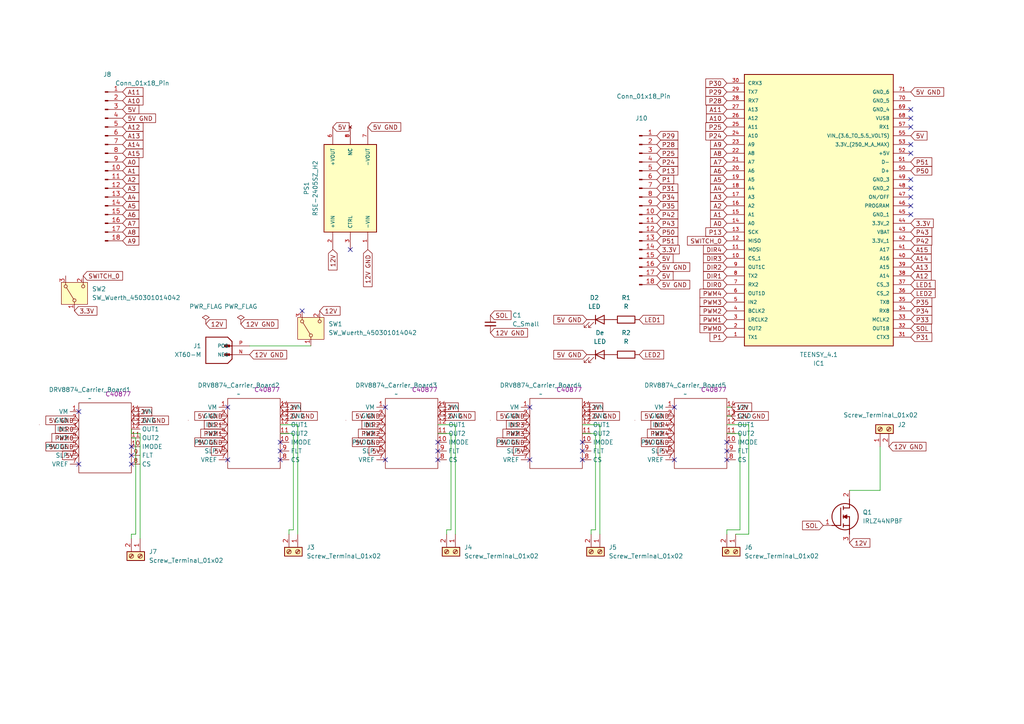
<source format=kicad_sch>
(kicad_sch (version 20231120) (generator "eeschema") (generator_version "8.0")
  (paper "A4")
  (lib_symbols
    (symbol "5V Buck:RSE-2405SZ_H2" (pin_names (offset 1.016))
      (property "Reference" "PS" (at -12.7 8.382 0))
      (property "Value" "RSE-2405SZ_H2" (at -12.7 -10.16 0))
      (symbol "RSE-2405SZ_H2_0_0"
        (rectangle (start -12.7 -7.62) (end 12.7 7.62) (stroke (width 0.254)) (fill (type background)))
        (pin input line (at -17.78 -5.08 0) (length 5.08) (name "-VIN") (number "1"))
        (pin input line (at -17.78 5.08 0) (length 5.08) (name "+VIN") (number "2"))
        (pin input line (at -17.78 0 0) (length 5.08) (name "CTRL") (number "3"))
        (pin no_connect line (at 17.78 0 180) (length 5.08) (name "NC") (number "5"))
        (pin output line (at 17.78 5.08 180) (length 5.08) (name "+VOUT") (number "6"))
        (pin output line (at 17.78 -5.08 180) (length 5.08) (name "-VOUT") (number "7"))
        (pin no_connect line (at 17.78 0 180) (length 5.08) (name "NC") (number "8"))
      )
    )
    (symbol "Connector:Conn_01x18_Pin" (pin_names (offset 1.016) hide)
      (property "Reference" "J" (at 0 22.86 0))
      (property "Value" "Conn_01x18_Pin" (at 0 -25.4 0))
      (symbol "Conn_01x18_Pin_1_1"
        (polyline (pts (xy 1.27 -22.86) (xy 0.8636 -22.86)) (stroke (width 0.1524)))
        (polyline (pts (xy 1.27 -20.32) (xy 0.8636 -20.32)) (stroke (width 0.1524)))
        (polyline (pts (xy 1.27 -17.78) (xy 0.8636 -17.78)) (stroke (width 0.1524)))
        (polyline (pts (xy 1.27 -15.24) (xy 0.8636 -15.24)) (stroke (width 0.1524)))
        (polyline (pts (xy 1.27 -12.7) (xy 0.8636 -12.7)) (stroke (width 0.1524)))
        (polyline (pts (xy 1.27 -10.16) (xy 0.8636 -10.16)) (stroke (width 0.1524)))
        (polyline (pts (xy 1.27 -7.62) (xy 0.8636 -7.62)) (stroke (width 0.1524)))
        (polyline (pts (xy 1.27 -5.08) (xy 0.8636 -5.08)) (stroke (width 0.1524)))
        (polyline (pts (xy 1.27 -2.54) (xy 0.8636 -2.54)) (stroke (width 0.1524)))
        (polyline (pts (xy 1.27 0) (xy 0.8636 0)) (stroke (width 0.1524)))
        (polyline (pts (xy 1.27 2.54) (xy 0.8636 2.54)) (stroke (width 0.1524)))
        (polyline (pts (xy 1.27 5.08) (xy 0.8636 5.08)) (stroke (width 0.1524)))
        (polyline (pts (xy 1.27 7.62) (xy 0.8636 7.62)) (stroke (width 0.1524)))
        (polyline (pts (xy 1.27 10.16) (xy 0.8636 10.16)) (stroke (width 0.1524)))
        (polyline (pts (xy 1.27 12.7) (xy 0.8636 12.7)) (stroke (width 0.1524)))
        (polyline (pts (xy 1.27 15.24) (xy 0.8636 15.24)) (stroke (width 0.1524)))
        (polyline (pts (xy 1.27 17.78) (xy 0.8636 17.78)) (stroke (width 0.1524)))
        (polyline (pts (xy 1.27 20.32) (xy 0.8636 20.32)) (stroke (width 0.1524)))
        (rectangle (start 0.8636 -22.733) (end 0 -22.987) (stroke (width 0.1524)) (fill (type outline)))
        (rectangle (start 0.8636 -20.193) (end 0 -20.447) (stroke (width 0.1524)) (fill (type outline)))
        (rectangle (start 0.8636 -17.653) (end 0 -17.907) (stroke (width 0.1524)) (fill (type outline)))
        (rectangle (start 0.8636 -15.113) (end 0 -15.367) (stroke (width 0.1524)) (fill (type outline)))
        (rectangle (start 0.8636 -12.573) (end 0 -12.827) (stroke (width 0.1524)) (fill (type outline)))
        (rectangle (start 0.8636 -10.033) (end 0 -10.287) (stroke (width 0.1524)) (fill (type outline)))
        (rectangle (start 0.8636 -7.493) (end 0 -7.747) (stroke (width 0.1524)) (fill (type outline)))
        (rectangle (start 0.8636 -4.953) (end 0 -5.207) (stroke (width 0.1524)) (fill (type outline)))
        (rectangle (start 0.8636 -2.413) (end 0 -2.667) (stroke (width 0.1524)) (fill (type outline)))
        (rectangle (start 0.8636 0.127) (end 0 -0.127) (stroke (width 0.1524)) (fill (type outline)))
        (rectangle (start 0.8636 2.667) (end 0 2.413) (stroke (width 0.1524)) (fill (type outline)))
        (rectangle (start 0.8636 5.207) (end 0 4.953) (stroke (width 0.1524)) (fill (type outline)))
        (rectangle (start 0.8636 7.747) (end 0 7.493) (stroke (width 0.1524)) (fill (type outline)))
        (rectangle (start 0.8636 10.287) (end 0 10.033) (stroke (width 0.1524)) (fill (type outline)))
        (rectangle (start 0.8636 12.827) (end 0 12.573) (stroke (width 0.1524)) (fill (type outline)))
        (rectangle (start 0.8636 15.367) (end 0 15.113) (stroke (width 0.1524)) (fill (type outline)))
        (rectangle (start 0.8636 17.907) (end 0 17.653) (stroke (width 0.1524)) (fill (type outline)))
        (rectangle (start 0.8636 20.447) (end 0 20.193) (stroke (width 0.1524)) (fill (type outline)))
        (pin passive line (at 5.08 20.32 180) (length 3.81) (name "Pin_1") (number "1"))
        (pin passive line (at 5.08 -2.54 180) (length 3.81) (name "Pin_10") (number "10"))
        (pin passive line (at 5.08 -5.08 180) (length 3.81) (name "Pin_11") (number "11"))
        (pin passive line (at 5.08 -7.62 180) (length 3.81) (name "Pin_12") (number "12"))
        (pin passive line (at 5.08 -10.16 180) (length 3.81) (name "Pin_13") (number "13"))
        (pin passive line (at 5.08 -12.7 180) (length 3.81) (name "Pin_14") (number "14"))
        (pin passive line (at 5.08 -15.24 180) (length 3.81) (name "Pin_15") (number "15"))
        (pin passive line (at 5.08 -17.78 180) (length 3.81) (name "Pin_16") (number "16"))
        (pin passive line (at 5.08 -20.32 180) (length 3.81) (name "Pin_17") (number "17"))
        (pin passive line (at 5.08 -22.86 180) (length 3.81) (name "Pin_18") (number "18"))
        (pin passive line (at 5.08 17.78 180) (length 3.81) (name "Pin_2") (number "2"))
        (pin passive line (at 5.08 15.24 180) (length 3.81) (name "Pin_3") (number "3"))
        (pin passive line (at 5.08 12.7 180) (length 3.81) (name "Pin_4") (number "4"))
        (pin passive line (at 5.08 10.16 180) (length 3.81) (name "Pin_5") (number "5"))
        (pin passive line (at 5.08 7.62 180) (length 3.81) (name "Pin_6") (number "6"))
        (pin passive line (at 5.08 5.08 180) (length 3.81) (name "Pin_7") (number "7"))
        (pin passive line (at 5.08 2.54 180) (length 3.81) (name "Pin_8") (number "8"))
        (pin passive line (at 5.08 0 180) (length 3.81) (name "Pin_9") (number "9"))
      )
    )
    (symbol "Connector:Screw_Terminal_01x02" (pin_names (offset 1.016) hide)
      (property "Reference" "J" (at 0 2.54 0))
      (property "Value" "Screw_Terminal_01x02" (at 0 -5.08 0))
      (symbol "Screw_Terminal_01x02_1_1"
        (rectangle (start -1.27 1.27) (end 1.27 -3.81) (stroke (width 0.254)) (fill (type background)))
        (circle (center 0 -2.54) (radius 0.635) (stroke (width 0.1524)))
        (polyline (pts (xy -0.5334 -2.2098) (xy 0.3302 -3.048)) (stroke (width 0.1524)))
        (polyline (pts (xy -0.5334 0.3302) (xy 0.3302 -0.508)) (stroke (width 0.1524)))
        (polyline (pts (xy -0.3556 -2.032) (xy 0.508 -2.8702)) (stroke (width 0.1524)))
        (polyline (pts (xy -0.3556 0.508) (xy 0.508 -0.3302)) (stroke (width 0.1524)))
        (circle (center 0 0) (radius 0.635) (stroke (width 0.1524)))
        (pin passive line (at -5.08 0 0) (length 3.81) (name "Pin_1") (number "1"))
        (pin passive line (at -5.08 -2.54 0) (length 3.81) (name "Pin_2") (number "2"))
      )
    )
    (symbol "DRV8874_Carrier:Carrier_PCB"
      (property "Reference" "DRV8874_Carrier_Board" (at 0 0 0))
      (property "LCSC" "C40877" (at 0 0 0))
      (symbol "Carrier_PCB_0_1"
        (rectangle (start -22.86 -8.89) (end -22.86 -8.89))
        (rectangle (start -11.43 -2.54) (end 3.81 -22.86))
      )
      (symbol "Carrier_PCB_1_1"
        (pin power_in line (at -11.43 -5.08 180) (length 2.54) (name "VM") (number "1"))
        (pin input line (at 3.81 -15.24 0) (length 2.54) (name "IMODE") (number "10"))
        (pin output line (at 3.81 -12.7 0) (length 2.54) (name "OUT2") (number "11"))
        (pin output line (at 3.81 -10.16 0) (length 2.54) (name "OUT1") (number "12"))
        (pin power_in line (at 3.81 -7.62 0) (length 2.54) (name "GND") (number "13"))
        (pin power_in line (at 3.81 -5.08 0) (length 2.54) (name "VIN") (number "14"))
        (pin power_in line (at -11.43 -7.62 180) (length 2.54) (name "GND") (number "2"))
        (pin input line (at -11.43 -10.16 180) (length 2.54) (name "IN1") (number "3"))
        (pin input line (at -11.43 -12.7 180) (length 2.54) (name "IN2") (number "4"))
        (pin input line (at -11.43 -15.24 180) (length 2.54) (name "PMODE") (number "5"))
        (pin input line (at -11.43 -17.78 180) (length 2.54) (name "SLP") (number "6"))
        (pin input line (at -11.43 -20.32 180) (length 2.54) (name "VREF") (number "7"))
        (pin input line (at 3.81 -20.32 0) (length 2.54) (name "CS") (number "8"))
        (pin output line (at 3.81 -17.78 0) (length 2.54) (name "FLT") (number "9"))
      )
    )
    (symbol "Device:C_Small" (pin_numbers hide) (pin_names (offset 0.254) hide)
      (property "Reference" "C" (at 0.254 1.778 0))
      (property "Value" "C_Small" (at 0.254 -2.032 0))
      (symbol "C_Small_0_1"
        (polyline (pts (xy -1.524 -0.508) (xy 1.524 -0.508)) (stroke (width 0.3302)))
        (polyline (pts (xy -1.524 0.508) (xy 1.524 0.508)) (stroke (width 0.3048)))
      )
      (symbol "C_Small_1_1"
        (pin passive line (at 0 2.54 270) (length 2.032) (name "~") (number "1"))
        (pin passive line (at 0 -2.54 90) (length 2.032) (name "~") (number "2"))
      )
    )
    (symbol "Device:LED" (pin_numbers hide) (pin_names (offset 1.016) hide)
      (property "Reference" "D" (at 0 2.54 0))
      (property "Value" "LED" (at 0 -2.54 0))
      (symbol "LED_0_1"
        (polyline (pts (xy -1.27 -1.27) (xy -1.27 1.27)) (stroke (width 0.254)))
        (polyline (pts (xy -1.27 0) (xy 1.27 0)))
        (polyline (pts (xy 1.27 -1.27) (xy 1.27 1.27) (xy -1.27 0) (xy 1.27 -1.27)) (stroke (width 0.254)))
        (polyline (pts (xy -3.048 -0.762) (xy -4.572 -2.286) (xy -3.81 -2.286) (xy -4.572 -2.286) (xy -4.572 -1.524)))
        (polyline (pts (xy -1.778 -0.762) (xy -3.302 -2.286) (xy -2.54 -2.286) (xy -3.302 -2.286) (xy -3.302 -1.524)))
      )
      (symbol "LED_1_1"
        (pin passive line (at -3.81 0 0) (length 2.54) (name "K") (number "1"))
        (pin passive line (at 3.81 0 180) (length 2.54) (name "A") (number "2"))
      )
    )
    (symbol "Device:R" (pin_numbers hide) (pin_names (offset 0))
      (property "Reference" "R" (at 2.032 0 90))
      (property "Value" "R" (at 0 0 90))
      (symbol "R_0_1"
        (rectangle (start -1.016 -2.54) (end 1.016 2.54) (stroke (width 0.254)))
      )
      (symbol "R_1_1"
        (pin passive line (at 0 3.81 270) (length 1.27) (name "~") (number "1"))
        (pin passive line (at 0 -3.81 90) (length 1.27) (name "~") (number "2"))
      )
    )
    (symbol "IRLZ44N:IRLZ44NPBF" (pin_names hide)
      (property "Reference" "Q" (at 11.43 3.81 0))
      (property "Value" "IRLZ44NPBF" (at 11.43 1.27 0))
      (symbol "IRLZ44NPBF_1_1"
        (polyline (pts (xy 2.54 0) (xy 5.08 0)) (stroke (width 0.254)))
        (polyline (pts (xy 5.08 5.08) (xy 5.08 0)) (stroke (width 0.254)))
        (polyline (pts (xy 5.842 -0.508) (xy 5.842 0.508)) (stroke (width 0.254)))
        (polyline (pts (xy 5.842 0) (xy 7.62 0)) (stroke (width 0.254)))
        (polyline (pts (xy 5.842 2.032) (xy 5.842 3.048)) (stroke (width 0.254)))
        (polyline (pts (xy 5.842 5.588) (xy 5.842 4.572)) (stroke (width 0.254)))
        (polyline (pts (xy 7.62 2.54) (xy 5.842 2.54)) (stroke (width 0.254)))
        (polyline (pts (xy 7.62 2.54) (xy 7.62 -2.54)) (stroke (width 0.254)))
        (polyline (pts (xy 7.62 5.08) (xy 5.842 5.08)) (stroke (width 0.254)))
        (polyline (pts (xy 7.62 5.08) (xy 7.62 7.62)) (stroke (width 0.254)))
        (polyline (pts (xy 5.842 2.54) (xy 6.858 3.048) (xy 6.858 2.032) (xy 5.842 2.54)) (stroke (width 0.254)) (fill (type outline)))
        (circle (center 6.35 2.54) (radius 3.81) (stroke (width 0.254)))
        (pin input line (at 0 0 0) (length 2.54) (name "G") (number "1"))
        (pin output line (at 7.62 10.16 270) (length 2.54) (name "D") (number "2"))
        (pin input line (at 7.62 -5.08 90) (length 2.54) (name "S") (number "3"))
      )
    )
    (symbol "Switch:SW_Wuerth_450301014042" (pin_names (offset 1) hide)
      (property "Reference" "SW" (at 0 5.08 0))
      (property "Value" "SW_Wuerth_450301014042" (at 0 -5.08 0))
      (symbol "SW_Wuerth_450301014042_0_1"
        (circle (center -2.032 0) (radius 0.4572))
        (polyline (pts (xy -1.651 0.254) (xy 1.651 2.286)))
        (circle (center 2.032 -2.54) (radius 0.4572))
        (circle (center 2.032 2.54) (radius 0.4572))
      )
      (symbol "SW_Wuerth_450301014042_1_1"
        (rectangle (start -3.175 3.81) (end 3.175 -3.81) (fill (type background)))
        (pin passive line (at -5.08 0 0) (length 2.54) (name "B") (number "1"))
        (pin passive line (at 5.08 -2.54 180) (length 2.54) (name "C") (number "2"))
        (pin passive line (at 5.08 2.54 180) (length 2.54) (name "A") (number "3"))
      )
    )
    (symbol "Teensy 4.1:TEENSY_4.1" (pin_names (offset 1.016))
      (property "Reference" "IC" (at 49.53 7.62 0))
      (property "Value" "TEENSY_4.1" (at 49.53 5.08 0))
      (symbol "TEENSY_4.1_0_0"
        (rectangle (start 5.08 -76.2) (end 48.26 2.54) (stroke (width 0.254)) (fill (type background)))
        (pin bidirectional line (at 0 0 0) (length 5.08) (name "TX1") (number "1"))
        (pin bidirectional line (at 0 -22.86 0) (length 5.08) (name "CS_1") (number "10"))
        (pin bidirectional line (at 0 -25.4 0) (length 5.08) (name "MOSI") (number "11"))
        (pin bidirectional line (at 0 -27.94 0) (length 5.08) (name "MISO") (number "12"))
        (pin bidirectional line (at 0 -30.48 0) (length 5.08) (name "SCK") (number "13"))
        (pin bidirectional line (at 0 -33.02 0) (length 5.08) (name "A0") (number "14"))
        (pin bidirectional line (at 0 -35.56 0) (length 5.08) (name "A1") (number "15"))
        (pin bidirectional line (at 0 -38.1 0) (length 5.08) (name "A2") (number "16"))
        (pin bidirectional line (at 0 -40.64 0) (length 5.08) (name "A3") (number "17"))
        (pin bidirectional line (at 0 -43.18 0) (length 5.08) (name "A4") (number "18"))
        (pin bidirectional line (at 0 -45.72 0) (length 5.08) (name "A5") (number "19"))
        (pin bidirectional line (at 0 -2.54 0) (length 5.08) (name "OUT2") (number "2"))
        (pin bidirectional line (at 0 -48.26 0) (length 5.08) (name "A6") (number "20"))
        (pin bidirectional line (at 0 -50.8 0) (length 5.08) (name "A7") (number "21"))
        (pin bidirectional line (at 0 -53.34 0) (length 5.08) (name "A8") (number "22"))
        (pin bidirectional line (at 0 -55.88 0) (length 5.08) (name "A9") (number "23"))
        (pin bidirectional line (at 0 -58.42 0) (length 5.08) (name "A10") (number "24"))
        (pin bidirectional line (at 0 -60.96 0) (length 5.08) (name "A11") (number "25"))
        (pin bidirectional line (at 0 -63.5 0) (length 5.08) (name "A12") (number "26"))
        (pin bidirectional line (at 0 -66.04 0) (length 5.08) (name "A13") (number "27"))
        (pin bidirectional line (at 0 -68.58 0) (length 5.08) (name "RX7") (number "28"))
        (pin bidirectional line (at 0 -71.12 0) (length 5.08) (name "TX7") (number "29"))
        (pin bidirectional line (at 0 -5.08 0) (length 5.08) (name "LRCLK2") (number "3"))
        (pin bidirectional line (at 0 -73.66 0) (length 5.08) (name "CRX3") (number "30"))
        (pin bidirectional line (at 53.34 0 180) (length 5.08) (name "CTX3") (number "31"))
        (pin bidirectional line (at 53.34 -2.54 180) (length 5.08) (name "OUT1B") (number "32"))
        (pin bidirectional line (at 53.34 -5.08 180) (length 5.08) (name "MCLK2") (number "33"))
        (pin bidirectional line (at 53.34 -7.62 180) (length 5.08) (name "RX8") (number "34"))
        (pin bidirectional line (at 53.34 -10.16 180) (length 5.08) (name "TX8") (number "35"))
        (pin bidirectional line (at 53.34 -12.7 180) (length 5.08) (name "CS_2") (number "36"))
        (pin bidirectional line (at 53.34 -15.24 180) (length 5.08) (name "CS_3") (number "37"))
        (pin bidirectional line (at 53.34 -17.78 180) (length 5.08) (name "A14") (number "38"))
        (pin bidirectional line (at 53.34 -20.32 180) (length 5.08) (name "A15") (number "39"))
        (pin bidirectional line (at 0 -7.62 0) (length 5.08) (name "BCLK2") (number "4"))
        (pin bidirectional line (at 53.34 -22.86 180) (length 5.08) (name "A16") (number "40"))
        (pin bidirectional line (at 53.34 -25.4 180) (length 5.08) (name "A17") (number "41"))
        (pin bidirectional line (at 53.34 -27.94 180) (length 5.08) (name "3.3V_1") (number "42"))
        (pin bidirectional line (at 53.34 -30.48 180) (length 5.08) (name "VBAT") (number "43"))
        (pin bidirectional line (at 53.34 -33.02 180) (length 5.08) (name "3.3V_2") (number "44"))
        (pin bidirectional line (at 53.34 -35.56 180) (length 5.08) (name "GND_1") (number "45"))
        (pin bidirectional line (at 53.34 -38.1 180) (length 5.08) (name "PROGRAM") (number "46"))
        (pin bidirectional line (at 53.34 -40.64 180) (length 5.08) (name "ON/OFF") (number "47"))
        (pin bidirectional line (at 53.34 -43.18 180) (length 5.08) (name "GND_2") (number "48"))
        (pin bidirectional line (at 53.34 -45.72 180) (length 5.08) (name "GND_3") (number "49"))
        (pin bidirectional line (at 0 -10.16 0) (length 5.08) (name "IN2") (number "5"))
        (pin bidirectional line (at 53.34 -48.26 180) (length 5.08) (name "D+") (number "50"))
        (pin bidirectional line (at 53.34 -50.8 180) (length 5.08) (name "D-") (number "51"))
        (pin bidirectional line (at 53.34 -53.34 180) (length 5.08) (name "+5V") (number "52"))
        (pin bidirectional line (at 53.34 -55.88 180) (length 5.08) (name "3.3V_(250_M_A_MAX)") (number "53"))
        (pin bidirectional line (at 53.34 -58.42 180) (length 5.08) (name "VIN_(3.6_TO_5.5_VOLTS)") (number "55"))
        (pin bidirectional line (at 53.34 -60.96 180) (length 5.08) (name "RX1") (number "57"))
        (pin bidirectional line (at 0 -12.7 0) (length 5.08) (name "OUT1D") (number "6"))
        (pin bidirectional line (at 53.34 -63.5 180) (length 5.08) (name "VUSB") (number "68"))
        (pin bidirectional line (at 53.34 -66.04 180) (length 5.08) (name "GND_4") (number "69"))
        (pin bidirectional line (at 0 -15.24 0) (length 5.08) (name "RX2") (number "7"))
        (pin bidirectional line (at 53.34 -68.58 180) (length 5.08) (name "GND_5") (number "70"))
        (pin bidirectional line (at 53.34 -71.12 180) (length 5.08) (name "GND_6") (number "71"))
        (pin bidirectional line (at 0 -17.78 0) (length 5.08) (name "TX2") (number "8"))
        (pin bidirectional line (at 0 -20.32 0) (length 5.08) (name "OUT1C") (number "9"))
      )
    )
    (symbol "XT60 Male:XT60-M" (pin_names (offset 1.016))
      (property "Reference" "J" (at 0 6.35 0))
      (property "Value" "XT60-M" (at 0 -5.08 0))
      (symbol "XT60-M_0_0"
        (polyline (pts (xy 0 -1.27) (xy 1.27 -2.54)) (stroke (width 0.254)))
        (polyline (pts (xy 0 0) (xy 1.905 0)) (stroke (width 0.254)))
        (polyline (pts (xy 0 2.54) (xy 0 -1.27)) (stroke (width 0.254)))
        (polyline (pts (xy 0 2.54) (xy 1.905 2.54)) (stroke (width 0.254)))
        (polyline (pts (xy 0 3.81) (xy 0 2.54)) (stroke (width 0.254)))
        (polyline (pts (xy 0 3.81) (xy 1.27 5.08)) (stroke (width 0.254)))
        (polyline (pts (xy 1.27 -2.54) (xy 7.62 -2.54)) (stroke (width 0.254)))
        (polyline (pts (xy 7.62 -2.54) (xy 7.62 5.08)) (stroke (width 0.254)))
        (polyline (pts (xy 7.62 5.08) (xy 1.27 5.08)) (stroke (width 0.254)))
        (rectangle (start 0.635 -0.3175) (end 2.2225 0.3175) (stroke (width 0.1)) (fill (type outline)))
        (rectangle (start 0.635 2.2225) (end 2.2225 2.8575) (stroke (width 0.1)) (fill (type outline)))
        (pin passive line (at -5.08 0 0) (length 5.08) (name "NEG") (number "N"))
        (pin passive line (at -5.08 2.54 0) (length 5.08) (name "POS") (number "P"))
      )
    )
    (symbol "power:PWR_FLAG" (power) (pin_numbers hide) (pin_names (offset 0) hide)
      (property "Value" "PWR_FLAG" (at 0 3.81 0))
      (symbol "PWR_FLAG_0_0"
        (pin power_out line (at 0 0 90) (length 0) (name "~") (number "1"))
      )
      (symbol "PWR_FLAG_0_1"
        (polyline (pts (xy 0 0) (xy 0 1.27) (xy -1.016 1.905) (xy 0 2.54) (xy 1.016 1.905) (xy 0 1.27)))
      )
    )
  )
  (no_connect (at 210.82 130.81))
  (no_connect (at 111.76 133.35))
  (no_connect (at 264.16 44.45))
  (no_connect (at 81.28 133.35))
  (no_connect (at 127 133.35))
  (no_connect (at 264.16 59.69))
  (no_connect (at 38.1 134.62))
  (no_connect (at 101.6 72.39))
  (no_connect (at 264.16 36.83))
  (no_connect (at 153.67 133.35))
  (no_connect (at 264.16 34.29))
  (no_connect (at 210.82 128.27))
  (no_connect (at 81.28 128.27))
  (no_connect (at 168.91 133.35))
  (no_connect (at 38.1 129.54))
  (no_connect (at 66.04 133.35))
  (no_connect (at 22.86 119.38))
  (no_connect (at 153.67 118.11))
  (no_connect (at 210.82 133.35))
  (no_connect (at 195.58 133.35))
  (no_connect (at 168.91 130.81))
  (no_connect (at 264.16 52.07))
  (no_connect (at 195.58 118.11))
  (no_connect (at 66.04 118.11))
  (no_connect (at 87.63 90.17))
  (no_connect (at 111.76 118.11))
  (no_connect (at 127 128.27))
  (no_connect (at 264.16 31.75))
  (no_connect (at 264.16 57.15))
  (no_connect (at 264.16 54.61))
  (no_connect (at 81.28 130.81))
  (no_connect (at 127 130.81))
  (no_connect (at 38.1 132.08))
  (no_connect (at 22.86 134.62))
  (no_connect (at 264.16 62.23))
  (no_connect (at 168.91 128.27))
  (no_connect (at 264.16 41.91))
  (wire (pts (xy 210.82 153.67) (xy 210.82 154.94)))
  (wire (pts (xy 168.91 123.19) (xy 173.99 123.19)))
  (wire (pts (xy 132.08 123.19) (xy 132.08 154.94)))
  (wire (pts (xy 127 125.73) (xy 130.81 125.73)))
  (wire (pts (xy 85.09 125.73) (xy 85.09 153.67)))
  (wire (pts (xy 81.28 123.19) (xy 86.36 123.19)))
  (wire (pts (xy 127 123.19) (xy 132.08 123.19)))
  (wire (pts (xy 39.37 154.94) (xy 38.1 154.94)))
  (wire (pts (xy 214.63 153.67) (xy 210.82 153.67)))
  (wire (pts (xy 38.1 125.73) (xy 40.64 125.73)))
  (wire (pts (xy 38.1 154.94) (xy 38.1 156.21)))
  (wire (pts (xy 129.54 153.67) (xy 129.54 154.94)))
  (wire (pts (xy 217.17 154.94) (xy 213.36 154.94)))
  (wire (pts (xy 217.17 123.19) (xy 217.17 154.94)))
  (wire (pts (xy 86.36 123.19) (xy 86.36 154.94)))
  (wire (pts (xy 246.38 142.24) (xy 255.27 142.24)))
  (wire (pts (xy 210.82 125.73) (xy 214.63 125.73)))
  (wire (pts (xy 173.99 123.19) (xy 173.99 154.94)))
  (wire (pts (xy 83.82 153.67) (xy 83.82 154.94)))
  (wire (pts (xy 168.91 125.73) (xy 172.72 125.73)))
  (wire (pts (xy 85.09 153.67) (xy 83.82 153.67)))
  (wire (pts (xy 81.28 125.73) (xy 85.09 125.73)))
  (wire (pts (xy 255.27 142.24) (xy 255.27 129.54)))
  (wire (pts (xy 210.82 118.11) (xy 212.09 118.11)))
  (wire (pts (xy 130.81 153.67) (xy 129.54 153.67)))
  (wire (pts (xy 210.82 123.19) (xy 217.17 123.19)))
  (wire (pts (xy 172.72 125.73) (xy 172.72 153.67)))
  (wire (pts (xy 38.1 127) (xy 39.37 127)))
  (wire (pts (xy 40.64 125.73) (xy 40.64 156.21)))
  (wire (pts (xy 38.1 124.46) (xy 38.1 125.73)))
  (wire (pts (xy 171.45 153.67) (xy 171.45 154.94)))
  (wire (pts (xy 130.81 125.73) (xy 130.81 153.67)))
  (wire (pts (xy 214.63 125.73) (xy 214.63 153.67)))
  (wire (pts (xy 210.82 120.65) (xy 212.09 120.65)))
  (wire (pts (xy 39.37 127) (xy 39.37 154.94)))
  (wire (pts (xy 72.39 100.33) (xy 90.17 100.33)))
  (wire (pts (xy 172.72 153.67) (xy 171.45 153.67)))
  (global_label "A9" (shape input) (at 210.82 41.91 180) (property "Intersheetrefs" "${INTERSHEET_REFS}" (effects (hide yes))))
  (global_label "12V" (shape input) (at 92.71 90.17 0) (property "Intersheetrefs" "${INTERSHEET_REFS}" (effects (hide yes))))
  (global_label "12V GND" (shape input) (at 69.85 93.98 0) (property "Intersheetrefs" "${INTERSHEET_REFS}" (effects (hide yes))))
  (global_label "12V" (shape input) (at 168.91 118.11 0) (property "Intersheetrefs" "${INTERSHEET_REFS}" (effects (hide yes))))
  (global_label "12V" (shape input) (at 212.09 118.11 0) (property "Intersheetrefs" "${INTERSHEET_REFS}" (effects (hide yes))))
  (global_label "A5" (shape input) (at 210.82 52.07 180) (property "Intersheetrefs" "${INTERSHEET_REFS}" (effects (hide yes))))
  (global_label "P28" (shape input) (at 210.82 29.21 180) (property "Intersheetrefs" "${INTERSHEET_REFS}" (effects (hide yes))))
  (global_label "P24" (shape input) (at 210.82 39.37 180) (property "Intersheetrefs" "${INTERSHEET_REFS}" (effects (hide yes))))
  (global_label "12V" (shape input) (at 127 118.11 0) (property "Intersheetrefs" "${INTERSHEET_REFS}" (effects (hide yes))))
  (global_label "3.3V" (shape input) (at 21.59 90.17 0) (property "Intersheetrefs" "${INTERSHEET_REFS}" (effects (hide yes))))
  (global_label "A8" (shape input) (at 35.56 67.31 0) (property "Intersheetrefs" "${INTERSHEET_REFS}" (effects (hide yes))))
  (global_label "A2" (shape input) (at 35.56 52.07 0) (property "Intersheetrefs" "${INTERSHEET_REFS}" (effects (hide yes))))
  (global_label "A15" (shape input) (at 264.16 72.39 0) (property "Intersheetrefs" "${INTERSHEET_REFS}" (effects (hide yes))))
  (global_label "5V GND" (shape input) (at 66.04 128.27 180) (property "Intersheetrefs" "${INTERSHEET_REFS}" (effects (hide yes))))
  (global_label "3.3V" (shape input) (at 264.16 64.77 0) (property "Intersheetrefs" "${INTERSHEET_REFS}" (effects (hide yes))))
  (global_label "DIR4" (shape input) (at 195.58 123.19 180) (property "Intersheetrefs" "${INTERSHEET_REFS}" (effects (hide yes))))
  (global_label "DIR3" (shape input) (at 210.82 74.93 180) (property "Intersheetrefs" "${INTERSHEET_REFS}" (effects (hide yes))))
  (global_label "12V GND" (shape input) (at 106.68 72.39 270) (property "Intersheetrefs" "${INTERSHEET_REFS}" (effects (hide yes))))
  (global_label "5V GND" (shape input) (at 153.67 120.65 180) (property "Intersheetrefs" "${INTERSHEET_REFS}" (effects (hide yes))))
  (global_label "12V GND" (shape input) (at 142.24 96.52 0) (property "Intersheetrefs" "${INTERSHEET_REFS}" (effects (hide yes))))
  (global_label "LED1" (shape input) (at 185.42 92.71 0) (property "Intersheetrefs" "${INTERSHEET_REFS}" (effects (hide yes))))
  (global_label "SWITCH_0" (shape input) (at 24.13 80.01 0) (property "Intersheetrefs" "${INTERSHEET_REFS}" (effects (hide yes))))
  (global_label "P34" (shape input) (at 190.5 57.15 0) (property "Intersheetrefs" "${INTERSHEET_REFS}" (effects (hide yes))))
  (global_label "A6" (shape input) (at 35.56 62.23 0) (property "Intersheetrefs" "${INTERSHEET_REFS}" (effects (hide yes))))
  (global_label "LED2" (shape input) (at 264.16 85.09 0) (property "Intersheetrefs" "${INTERSHEET_REFS}" (effects (hide yes))))
  (global_label "3.3V" (shape input) (at 190.5 72.39 0) (property "Intersheetrefs" "${INTERSHEET_REFS}" (effects (hide yes))))
  (global_label "P42" (shape input) (at 264.16 69.85 0) (property "Intersheetrefs" "${INTERSHEET_REFS}" (effects (hide yes))))
  (global_label "SOL" (shape input) (at 142.24 91.44 0) (property "Intersheetrefs" "${INTERSHEET_REFS}" (effects (hide yes))))
  (global_label "A15" (shape input) (at 35.56 44.45 0) (property "Intersheetrefs" "${INTERSHEET_REFS}" (effects (hide yes))))
  (global_label "P35" (shape input) (at 190.5 59.69 0) (property "Intersheetrefs" "${INTERSHEET_REFS}" (effects (hide yes))))
  (global_label "A4" (shape input) (at 210.82 54.61 180) (property "Intersheetrefs" "${INTERSHEET_REFS}" (effects (hide yes))))
  (global_label "A0" (shape input) (at 210.82 64.77 180) (property "Intersheetrefs" "${INTERSHEET_REFS}" (effects (hide yes))))
  (global_label "SWITCH_0" (shape input) (at 210.82 69.85 180) (property "Intersheetrefs" "${INTERSHEET_REFS}" (effects (hide yes))))
  (global_label "A3" (shape input) (at 210.82 57.15 180) (property "Intersheetrefs" "${INTERSHEET_REFS}" (effects (hide yes))))
  (global_label "LED2" (shape input) (at 185.42 102.87 0) (property "Intersheetrefs" "${INTERSHEET_REFS}" (effects (hide yes))))
  (global_label "A7" (shape input) (at 35.56 64.77 0) (property "Intersheetrefs" "${INTERSHEET_REFS}" (effects (hide yes))))
  (global_label "5V GND" (shape input) (at 22.86 129.54 180) (property "Intersheetrefs" "${INTERSHEET_REFS}" (effects (hide yes))))
  (global_label "P24" (shape input) (at 190.5 46.99 0) (property "Intersheetrefs" "${INTERSHEET_REFS}" (effects (hide yes))))
  (global_label "P25" (shape input) (at 190.5 44.45 0) (property "Intersheetrefs" "${INTERSHEET_REFS}" (effects (hide yes))))
  (global_label "5V" (shape input) (at 190.5 74.93 0) (property "Intersheetrefs" "${INTERSHEET_REFS}" (effects (hide yes))))
  (global_label "DIR0" (shape input) (at 22.86 124.46 180) (property "Intersheetrefs" "${INTERSHEET_REFS}" (effects (hide yes))))
  (global_label "A5" (shape input) (at 35.56 59.69 0) (property "Intersheetrefs" "${INTERSHEET_REFS}" (effects (hide yes))))
  (global_label "5V" (shape input) (at 22.86 132.08 180) (property "Intersheetrefs" "${INTERSHEET_REFS}" (effects (hide yes))))
  (global_label "P51" (shape input) (at 190.5 69.85 0) (property "Intersheetrefs" "${INTERSHEET_REFS}" (effects (hide yes))))
  (global_label "DIR2" (shape input) (at 111.76 123.19 180) (property "Intersheetrefs" "${INTERSHEET_REFS}" (effects (hide yes))))
  (global_label "PWM0" (shape input) (at 22.86 127 180) (property "Intersheetrefs" "${INTERSHEET_REFS}" (effects (hide yes))))
  (global_label "12V GND" (shape input) (at 257.81 129.54 0) (property "Intersheetrefs" "${INTERSHEET_REFS}" (effects (hide yes))))
  (global_label "A13" (shape input) (at 35.56 39.37 0) (property "Intersheetrefs" "${INTERSHEET_REFS}" (effects (hide yes))))
  (global_label "PWM1" (shape input) (at 66.04 125.73 180) (property "Intersheetrefs" "${INTERSHEET_REFS}" (effects (hide yes))))
  (global_label "A12" (shape input) (at 35.56 36.83 0) (property "Intersheetrefs" "${INTERSHEET_REFS}" (effects (hide yes))))
  (global_label "5V GND" (shape input) (at 106.68 36.83 0) (property "Intersheetrefs" "${INTERSHEET_REFS}" (effects (hide yes))))
  (global_label "5V GND" (shape input) (at 190.5 82.55 0) (property "Intersheetrefs" "${INTERSHEET_REFS}" (effects (hide yes))))
  (global_label "P31" (shape input) (at 190.5 54.61 0) (property "Intersheetrefs" "${INTERSHEET_REFS}" (effects (hide yes))))
  (global_label "P43" (shape input) (at 264.16 67.31 0) (property "Intersheetrefs" "${INTERSHEET_REFS}" (effects (hide yes))))
  (global_label "A0" (shape input) (at 35.56 46.99 0) (property "Intersheetrefs" "${INTERSHEET_REFS}" (effects (hide yes))))
  (global_label "PWM3" (shape input) (at 153.67 125.73 180) (property "Intersheetrefs" "${INTERSHEET_REFS}" (effects (hide yes))))
  (global_label "A1" (shape input) (at 35.56 49.53 0) (property "Intersheetrefs" "${INTERSHEET_REFS}" (effects (hide yes))))
  (global_label "P34" (shape input) (at 264.16 90.17 0) (property "Intersheetrefs" "${INTERSHEET_REFS}" (effects (hide yes))))
  (global_label "DIR0" (shape input) (at 210.82 82.55 180) (property "Intersheetrefs" "${INTERSHEET_REFS}" (effects (hide yes))))
  (global_label "5V GND" (shape input) (at 22.86 121.92 180) (property "Intersheetrefs" "${INTERSHEET_REFS}" (effects (hide yes))))
  (global_label "DIR2" (shape input) (at 210.82 77.47 180) (property "Intersheetrefs" "${INTERSHEET_REFS}" (effects (hide yes))))
  (global_label "5V GND" (shape input) (at 153.67 128.27 180) (property "Intersheetrefs" "${INTERSHEET_REFS}" (effects (hide yes))))
  (global_label "A11" (shape input) (at 35.56 26.67 0) (property "Intersheetrefs" "${INTERSHEET_REFS}" (effects (hide yes))))
  (global_label "P28" (shape input) (at 190.5 41.91 0) (property "Intersheetrefs" "${INTERSHEET_REFS}" (effects (hide yes))))
  (global_label "P35" (shape input) (at 264.16 87.63 0) (property "Intersheetrefs" "${INTERSHEET_REFS}" (effects (hide yes))))
  (global_label "5V GND" (shape input) (at 170.18 92.71 180) (property "Intersheetrefs" "${INTERSHEET_REFS}" (effects (hide yes))))
  (global_label "12V" (shape input) (at 96.52 72.39 270) (property "Intersheetrefs" "${INTERSHEET_REFS}" (effects (hide yes))))
  (global_label "A4" (shape input) (at 35.56 57.15 0) (property "Intersheetrefs" "${INTERSHEET_REFS}" (effects (hide yes))))
  (global_label "P25" (shape input) (at 210.82 36.83 180) (property "Intersheetrefs" "${INTERSHEET_REFS}" (effects (hide yes))))
  (global_label "12V GND" (shape input) (at 81.28 120.65 0) (property "Intersheetrefs" "${INTERSHEET_REFS}" (effects (hide yes))))
  (global_label "A13" (shape input) (at 264.16 77.47 0) (property "Intersheetrefs" "${INTERSHEET_REFS}" (effects (hide yes))))
  (global_label "DIR1" (shape input) (at 66.04 123.19 180) (property "Intersheetrefs" "${INTERSHEET_REFS}" (effects (hide yes))))
  (global_label "P13" (shape input) (at 190.5 49.53 0) (property "Intersheetrefs" "${INTERSHEET_REFS}" (effects (hide yes))))
  (global_label "5V" (shape input) (at 66.04 130.81 180) (property "Intersheetrefs" "${INTERSHEET_REFS}" (effects (hide yes))))
  (global_label "12V GND" (shape input) (at 212.09 120.65 0) (property "Intersheetrefs" "${INTERSHEET_REFS}" (effects (hide yes))))
  (global_label "P30" (shape input) (at 210.82 24.13 180) (property "Intersheetrefs" "${INTERSHEET_REFS}" (effects (hide yes))))
  (global_label "P42" (shape input) (at 190.5 62.23 0) (property "Intersheetrefs" "${INTERSHEET_REFS}" (effects (hide yes))))
  (global_label "P50" (shape input) (at 190.5 67.31 0) (property "Intersheetrefs" "${INTERSHEET_REFS}" (effects (hide yes))))
  (global_label "5V GND" (shape input) (at 111.76 128.27 180) (property "Intersheetrefs" "${INTERSHEET_REFS}" (effects (hide yes))))
  (global_label "A3" (shape input) (at 35.56 54.61 0) (property "Intersheetrefs" "${INTERSHEET_REFS}" (effects (hide yes))))
  (global_label "5V GND" (shape input) (at 190.5 77.47 0) (property "Intersheetrefs" "${INTERSHEET_REFS}" (effects (hide yes))))
  (global_label "A2" (shape input) (at 210.82 59.69 180) (property "Intersheetrefs" "${INTERSHEET_REFS}" (effects (hide yes))))
  (global_label "12V" (shape input) (at 246.38 157.48 0) (property "Intersheetrefs" "${INTERSHEET_REFS}" (effects (hide yes))))
  (global_label "5V GND" (shape input) (at 66.04 120.65 180) (property "Intersheetrefs" "${INTERSHEET_REFS}" (effects (hide yes))))
  (global_label "A7" (shape input) (at 210.82 46.99 180) (property "Intersheetrefs" "${INTERSHEET_REFS}" (effects (hide yes))))
  (global_label "P13" (shape input) (at 210.82 67.31 180) (property "Intersheetrefs" "${INTERSHEET_REFS}" (effects (hide yes))))
  (global_label "5V" (shape input) (at 35.56 31.75 0) (property "Intersheetrefs" "${INTERSHEET_REFS}" (effects (hide yes))))
  (global_label "A14" (shape input) (at 264.16 74.93 0) (property "Intersheetrefs" "${INTERSHEET_REFS}" (effects (hide yes))))
  (global_label "PWM4" (shape input) (at 210.82 85.09 180) (property "Intersheetrefs" "${INTERSHEET_REFS}" (effects (hide yes))))
  (global_label "P51" (shape input) (at 264.16 46.99 0) (property "Intersheetrefs" "${INTERSHEET_REFS}" (effects (hide yes))))
  (global_label "P29" (shape input) (at 210.82 26.67 180) (property "Intersheetrefs" "${INTERSHEET_REFS}" (effects (hide yes))))
  (global_label "PWM1" (shape input) (at 210.82 92.71 180) (property "Intersheetrefs" "${INTERSHEET_REFS}" (effects (hide yes))))
  (global_label "5V GND" (shape input) (at 195.58 128.27 180) (property "Intersheetrefs" "${INTERSHEET_REFS}" (effects (hide yes))))
  (global_label "SOL" (shape input) (at 264.16 95.25 0) (property "Intersheetrefs" "${INTERSHEET_REFS}" (effects (hide yes))))
  (global_label "P1" (shape input) (at 190.5 52.07 0) (property "Intersheetrefs" "${INTERSHEET_REFS}" (effects (hide yes))))
  (global_label "PWM2" (shape input) (at 210.82 90.17 180) (property "Intersheetrefs" "${INTERSHEET_REFS}" (effects (hide yes))))
  (global_label "PWM4" (shape input) (at 195.58 125.73 180) (property "Intersheetrefs" "${INTERSHEET_REFS}" (effects (hide yes))))
  (global_label "P1" (shape input) (at 210.82 97.79 180) (property "Intersheetrefs" "${INTERSHEET_REFS}" (effects (hide yes))))
  (global_label "P29" (shape input) (at 190.5 39.37 0) (property "Intersheetrefs" "${INTERSHEET_REFS}" (effects (hide yes))))
  (global_label "5V GND" (shape input) (at 264.16 26.67 0) (property "Intersheetrefs" "${INTERSHEET_REFS}" (effects (hide yes))))
  (global_label "A11" (shape input) (at 210.82 31.75 180) (property "Intersheetrefs" "${INTERSHEET_REFS}" (effects (hide yes))))
  (global_label "P33" (shape input) (at 264.16 92.71 0) (property "Intersheetrefs" "${INTERSHEET_REFS}" (effects (hide yes))))
  (global_label "PWM2" (shape input) (at 111.76 125.73 180) (property "Intersheetrefs" "${INTERSHEET_REFS}" (effects (hide yes))))
  (global_label "12V GND" (shape input) (at 38.1 121.92 0) (property "Intersheetrefs" "${INTERSHEET_REFS}" (effects (hide yes))))
  (global_label "A6" (shape input) (at 210.82 49.53 180) (property "Intersheetrefs" "${INTERSHEET_REFS}" (effects (hide yes))))
  (global_label "5V" (shape input) (at 264.16 39.37 0) (property "Intersheetrefs" "${INTERSHEET_REFS}" (effects (hide yes))))
  (global_label "P50" (shape input) (at 264.16 49.53 0) (property "Intersheetrefs" "${INTERSHEET_REFS}" (effects (hide yes))))
  (global_label "12V" (shape input) (at 81.28 118.11 0) (property "Intersheetrefs" "${INTERSHEET_REFS}" (effects (hide yes))))
  (global_label "A10" (shape input) (at 210.82 34.29 180) (property "Intersheetrefs" "${INTERSHEET_REFS}" (effects (hide yes))))
  (global_label "12V" (shape input) (at 59.69 93.98 0) (property "Intersheetrefs" "${INTERSHEET_REFS}" (effects (hide yes))))
  (global_label "PWM3" (shape input) (at 210.82 87.63 180) (property "Intersheetrefs" "${INTERSHEET_REFS}" (effects (hide yes))))
  (global_label "5V" (shape input) (at 190.5 80.01 0) (property "Intersheetrefs" "${INTERSHEET_REFS}" (effects (hide yes))))
  (global_label "LED1" (shape input) (at 264.16 82.55 0) (property "Intersheetrefs" "${INTERSHEET_REFS}" (effects (hide yes))))
  (global_label "12V GND" (shape input) (at 127 120.65 0) (property "Intersheetrefs" "${INTERSHEET_REFS}" (effects (hide yes))))
  (global_label "12V" (shape input) (at 38.1 119.38 0) (property "Intersheetrefs" "${INTERSHEET_REFS}" (effects (hide yes))))
  (global_label "A1" (shape input) (at 210.82 62.23 180) (property "Intersheetrefs" "${INTERSHEET_REFS}" (effects (hide yes))))
  (global_label "5V GND" (shape input) (at 195.58 120.65 180) (property "Intersheetrefs" "${INTERSHEET_REFS}" (effects (hide yes))))
  (global_label "5V" (shape input) (at 195.58 130.81 180) (property "Intersheetrefs" "${INTERSHEET_REFS}" (effects (hide yes))))
  (global_label "5V" (shape input) (at 111.76 130.81 180) (property "Intersheetrefs" "${INTERSHEET_REFS}" (effects (hide yes))))
  (global_label "SOL" (shape input) (at 238.76 152.4 180) (property "Intersheetrefs" "${INTERSHEET_REFS}" (effects (hide yes))))
  (global_label "5V GND" (shape input) (at 35.56 34.29 0) (property "Intersheetrefs" "${INTERSHEET_REFS}" (effects (hide yes))))
  (global_label "A9" (shape input) (at 35.56 69.85 0) (property "Intersheetrefs" "${INTERSHEET_REFS}" (effects (hide yes))))
  (global_label "A14" (shape input) (at 35.56 41.91 0) (property "Intersheetrefs" "${INTERSHEET_REFS}" (effects (hide yes))))
  (global_label "A12" (shape input) (at 264.16 80.01 0) (property "Intersheetrefs" "${INTERSHEET_REFS}" (effects (hide yes))))
  (global_label "5V GND" (shape input) (at 170.18 102.87 180) (property "Intersheetrefs" "${INTERSHEET_REFS}" (effects (hide yes))))
  (global_label "5V" (shape input) (at 153.67 130.81 180) (property "Intersheetrefs" "${INTERSHEET_REFS}" (effects (hide yes))))
  (global_label "12V GND" (shape input) (at 72.39 102.87 0) (property "Intersheetrefs" "${INTERSHEET_REFS}" (effects (hide yes))))
  (global_label "A10" (shape input) (at 35.56 29.21 0) (property "Intersheetrefs" "${INTERSHEET_REFS}" (effects (hide yes))))
  (global_label "P31" (shape input) (at 264.16 97.79 0) (property "Intersheetrefs" "${INTERSHEET_REFS}" (effects (hide yes))))
  (global_label "DIR3" (shape input) (at 153.67 123.19 180) (property "Intersheetrefs" "${INTERSHEET_REFS}" (effects (hide yes))))
  (global_label "DIR4" (shape input) (at 210.82 72.39 180) (property "Intersheetrefs" "${INTERSHEET_REFS}" (effects (hide yes))))
  (global_label "A8" (shape input) (at 210.82 44.45 180) (property "Intersheetrefs" "${INTERSHEET_REFS}" (effects (hide yes))))
  (global_label "DIR1" (shape input) (at 210.82 80.01 180) (property "Intersheetrefs" "${INTERSHEET_REFS}" (effects (hide yes))))
  (global_label "PWM0" (shape input) (at 210.82 95.25 180) (property "Intersheetrefs" "${INTERSHEET_REFS}" (effects (hide yes))))
  (global_label "5V" (shape input) (at 96.52 36.83 0) (property "Intersheetrefs" "${INTERSHEET_REFS}" (effects (hide yes))))
  (global_label "P43" (shape input) (at 190.5 64.77 0) (property "Intersheetrefs" "${INTERSHEET_REFS}" (effects (hide yes))))
  (global_label "5V GND" (shape input) (at 111.76 120.65 180) (property "Intersheetrefs" "${INTERSHEET_REFS}" (effects (hide yes))))
  (global_label "12V GND" (shape input) (at 168.91 120.65 0) (property "Intersheetrefs" "${INTERSHEET_REFS}" (effects (hide yes))))
  (symbol (lib_id "Connector:Screw_Terminal_01x02") (at 173.99 160.02 270) (unit 1)
    (property "Reference" "J5" (at 176.53 158.7499 90) (effects (justify left)))
    (property "Value" "Screw_Terminal_01x02" (at 176.53 161.2899 90) (effects (justify left)))
    (property "Footprint" "Screw_Terminal_2:CUI_TB009-508-02BE" (effects (hide yes)))
    (property "Description" "Generic screw terminal, single row, 01x02, script generated (kicad-library-utils/schlib/autogen/connector/)" (effects (hide yes)))
  )
  (symbol (lib_id "Connector:Screw_Terminal_01x02") (at 40.64 161.29 270) (unit 1)
    (property "Reference" "J7" (at 43.18 160.0199 90) (effects (justify left)))
    (property "Value" "Screw_Terminal_01x02" (at 43.18 162.5599 90) (effects (justify left)))
    (property "Footprint" "Screw_Terminal_2:CUI_TB009-508-02BE" (effects (hide yes)))
    (property "Description" "Generic screw terminal, single row, 01x02, script generated (kicad-library-utils/schlib/autogen/connector/)" (effects (hide yes)))
  )
  (symbol (lib_id "DRV8874_Carrier:Carrier_PCB") (at 77.47 113.03 0) (unit 1)
    (property "Reference" "DRV8874_Carrier_Board2" (at 69.215 111.76 0))
    (property "Value" "~" (at 69.215 114.3 0))
    (property "Footprint" "DRV887X_carrier:DRV887X" (effects (hide yes)))
    (property "Description" "Please attach 2 of the 1x6 female headers (LCSC part below) to each side of the motor driver footprint." (effects (hide yes)))
    (property "LCSC" "C40877" (at 77.47 113.03 0))
  )
  (symbol (lib_id "DRV8874_Carrier:Carrier_PCB") (at 207.01 113.03 0) (unit 1)
    (property "Reference" "DRV8874_Carrier_Board5" (at 198.755 111.76 0))
    (property "Value" "~" (at 198.755 114.3 0))
    (property "Footprint" "DRV887X_carrier:DRV887X" (effects (hide yes)))
    (property "Description" "Please attach 2 of the 1x6 female headers (LCSC part below) to each side of the motor driver footprint." (effects (hide yes)))
    (property "LCSC" "C40877" (at 207.01 113.03 0))
  )
  (symbol (lib_id "power:PWR_FLAG") (at 69.85 93.98 0) (unit 1)
    (property "Reference" "#FLG02" (effects (hide yes)))
    (property "Value" "PWR_FLAG" (at 69.85 88.9 0))
    (property "Description" "Special symbol for telling ERC where power comes from" (effects (hide yes)))
  )
  (symbol (lib_id "DRV8874_Carrier:Carrier_PCB") (at 123.19 113.03 0) (unit 1)
    (property "Reference" "DRV8874_Carrier_Board3" (at 114.935 111.76 0))
    (property "Value" "~" (at 114.935 114.3 0))
    (property "Footprint" "DRV887X_carrier:DRV887X" (effects (hide yes)))
    (property "Description" "Please attach 2 of the 1x6 female headers (LCSC part below) to each side of the motor driver footprint." (effects (hide yes)))
    (property "LCSC" "C40877" (at 123.19 113.03 0))
  )
  (symbol (lib_id "Teensy 4.1:TEENSY_4.1") (at 210.82 97.79 0) (mirror x) (unit 1)
    (property "Reference" "IC1" (at 237.49 105.41 0))
    (property "Value" "TEENSY_4.1" (at 237.49 102.87 0))
    (property "Footprint" "TEENSY_4.1:TEENSY41" (effects (hide yes)))
    (property "Manufacturer_Name" "PJRC" (effects (hide yes)))
    (property "MF" "PJRC" (effects (hide yes)))
    (property "Description_1" "\n" (effects (hide yes)))
    (property "Price" "None" (effects (hide yes)))
    (property "Package" "None" (effects (hide yes)))
    (property "Check_prices" "https://www.snapeda.com/parts/Teensy%204.1/PJRC/view-part/?ref=eda" (effects (hide yes)))
    (property "Height" "mm" (effects (hide yes)))
    (property "MP" "Teensy 4.1" (effects (hide yes)))
    (property "SnapEDA_Link" "https://www.snapeda.com/parts/Teensy%204.1/PJRC/view-part/?ref=snap" (effects (hide yes)))
    (property "Availability" "Not in stock" (effects (hide yes)))
    (property "Manufacturer_Part_Number" "TEENSY 4.1" (effects (hide yes)))
  )
  (symbol (lib_id "Device:R") (at 181.61 102.87 90) (unit 1)
    (property "Reference" "R2" (at 181.61 96.52 90))
    (property "Value" "R" (at 181.61 99.06 90))
    (property "Footprint" "Resistor_THT:R_Axial_DIN0204_L3.6mm_D1.6mm_P2.54mm_Vertical" (effects (hide yes)))
    (property "Description" "Resistor" (effects (hide yes)))
  )
  (symbol (lib_id "Device:C_Small") (at 142.24 93.98 0) (unit 1)
    (property "Reference" "C1" (at 148.59 91.44 0) (effects (justify left)))
    (property "Value" "C_Small" (at 148.59 93.98 0) (effects (justify left)))
    (property "Footprint" "Capacitor_SMD:C_0201_0603Metric_Pad0.64x0.40mm_HandSolder" (effects (hide yes)))
    (property "Description" "Unpolarized capacitor, small symbol" (effects (hide yes)))
  )
  (symbol (lib_id "XT60 Male:XT60-M") (at 67.31 102.87 0) (mirror y) (unit 1)
    (property "Reference" "J1" (at 58.42 100.3299 0) (effects (justify left)))
    (property "Value" "XT60-M" (at 58.42 102.8699 0) (effects (justify left)))
    (property "Footprint" "XT60-M:AMASS_XT60-M" (effects (hide yes)))
    (property "MF" "AMASS" (effects (hide yes)))
    (property "MAXIMUM_PACKAGE_HEIGHT" "16.00 mm" (effects (hide yes)))
    (property "Package" "Package" (effects (hide yes)))
    (property "Price" "None" (effects (hide yes)))
    (property "Check_prices" "https://www.snapeda.com/parts/XT60-M/AMASS/view-part/?ref=eda" (effects (hide yes)))
    (property "STANDARD" "IPC 7351B" (effects (hide yes)))
    (property "PARTREV" "V1.2" (effects (hide yes)))
    (property "SnapEDA_Link" "https://www.snapeda.com/parts/XT60-M/AMASS/view-part/?ref=snap" (effects (hide yes)))
    (property "MP" "XT60-M" (effects (hide yes)))
    (property "Description_1" "\nPlug; DC supply; XT60; male; PIN: 2; for cable; soldered; 30A; 500V\n" (effects (hide yes)))
    (property "Availability" "Not in stock" (effects (hide yes)))
    (property "MANUFACTURER" "AMASS" (effects (hide yes)))
  )
  (symbol (lib_id "Connector:Screw_Terminal_01x02") (at 255.27 124.46 90) (unit 1)
    (property "Reference" "J2" (at 260.35 123.1899 90) (effects (justify right)))
    (property "Value" "Screw_Terminal_01x02" (at 244.602 120.396 90) (effects (justify right)))
    (property "Footprint" "Screw_Terminal_2:CUI_TB009-508-02BE" (effects (hide yes)))
    (property "Description" "Generic screw terminal, single row, 01x02, script generated (kicad-library-utils/schlib/autogen/connector/)" (effects (hide yes)))
  )
  (symbol (lib_id "Device:LED") (at 173.99 92.71 0) (unit 1)
    (property "Reference" "D2" (at 172.4025 86.36 0))
    (property "Value" "LED" (at 172.4025 88.9 0))
    (property "Footprint" "LED_THT:LED_D5.0mm_Horizontal_O6.35mm_Z15.0mm" (effects (hide yes)))
    (property "Description" "Light emitting diode" (effects (hide yes)))
  )
  (symbol (lib_id "Device:LED") (at 173.99 102.87 0) (unit 1)
    (property "Reference" "De" (at 173.99 96.52 0))
    (property "Value" "LED" (at 173.99 99.06 0))
    (property "Footprint" "LED_THT:LED_D5.0mm_Horizontal_O6.35mm_Z15.0mm" (effects (hide yes)))
    (property "Description" "Light emitting diode" (effects (hide yes)))
  )
  (symbol (lib_id "Connector:Conn_01x18_Pin") (at 185.42 59.69 0) (unit 1)
    (property "Reference" "J10" (at 186.055 34.29 0))
    (property "Value" "Conn_01x18_Pin" (at 186.69 27.94 0))
    (property "Footprint" "Pins_Connector_01_18:TE_1-87465-9" (effects (hide yes)))
    (property "Description" "Generic connector, single row, 01x18, script generated" (effects (hide yes)))
  )
  (symbol (lib_id "Switch:SW_Wuerth_450301014042") (at 21.59 85.09 90) (unit 1)
    (property "Reference" "SW2" (at 26.67 83.8199 90) (effects (justify right)))
    (property "Value" "SW_Wuerth_450301014042" (at 26.67 86.3599 90) (effects (justify right)))
    (property "Footprint" "rocker_switch:rocker_switch_10a" (effects (hide yes)))
    (property "Datasheet" "https://www.we-online.com/components/products/datasheet/450301014042.pdf" (effects (hide yes)))
    (property "Description" "Switch slide, single pole double throw" (effects (hide yes)))
  )
  (symbol (lib_id "5V Buck:RSE-2405SZ_H2") (at 101.6 54.61 90) (unit 1)
    (property "Reference" "PS1" (at 88.9 54.61 0))
    (property "Value" "RSE-2405SZ_H2" (at 91.44 54.61 0))
    (property "Footprint" "RSE-2405SZ_H2:CONV_RSE-2405SZ_H2" (effects (hide yes)))
    (property "MF" "Recom Power" (effects (hide yes)))
    (property "MAXIMUM_PACKAGE_HEIGHT" "11.1mm" (effects (hide yes)))
    (property "Package" "None" (effects (hide yes)))
    (property "Price" "None" (effects (hide yes)))
    (property "Check_prices" "https://www.snapeda.com/parts/RSE-2405SZ/H2/Recom+Power/view-part/?ref=eda" (effects (hide yes)))
    (property "STANDARD" "Manufacturer Recommendations" (effects (hide yes)))
    (property "PARTREV" "4/2020" (effects (hide yes)))
    (property "SnapEDA_Link" "https://www.snapeda.com/parts/RSE-2405SZ/H2/Recom+Power/view-part/?ref=snap" (effects (hide yes)))
    (property "MP" "RSE-2405SZ/H2" (effects (hide yes)))
    (property "Purchase-URL" "https://www.snapeda.com/api/url_track_click_mouser/?unipart_id=5469604&manufacturer=Recom Power&part_name=RSE-2405SZ/H2&search_term=pololu buck 5v buck converter" (effects (hide yes)))
    (property "Description_1" "\nIsolated Module DC DC Converter 1 Output 5V - - - 400mA 9V - 36V Input\n" (effects (hide yes)))
    (property "Availability" "In Stock" (effects (hide yes)))
    (property "MANUFACTURER" "Recom Power" (effects (hide yes)))
  )
  (symbol (lib_id "Connector:Screw_Terminal_01x02") (at 86.36 160.02 270) (unit 1)
    (property "Reference" "J3" (at 88.9 158.7499 90) (effects (justify left)))
    (property "Value" "Screw_Terminal_01x02" (at 88.9 161.2899 90) (effects (justify left)))
    (property "Footprint" "Screw_Terminal_2:CUI_TB009-508-02BE" (effects (hide yes)))
    (property "Description" "Generic screw terminal, single row, 01x02, script generated (kicad-library-utils/schlib/autogen/connector/)" (effects (hide yes)))
  )
  (symbol (lib_id "Connector:Conn_01x18_Pin") (at 30.48 46.99 0) (unit 1)
    (property "Reference" "J8" (at 31.115 21.59 0))
    (property "Value" "Conn_01x18_Pin" (at 41.275 24.13 0))
    (property "Footprint" "Pins_Connector_01_18:TE_1-87465-9" (effects (hide yes)))
    (property "Description" "Generic connector, single row, 01x18, script generated" (effects (hide yes)))
  )
  (symbol (lib_id "DRV8874_Carrier:Carrier_PCB") (at 165.1 113.03 0) (unit 1)
    (property "Reference" "DRV8874_Carrier_Board4" (at 156.845 111.76 0))
    (property "Value" "~" (at 156.845 114.3 0))
    (property "Footprint" "DRV887X_carrier:DRV887X" (effects (hide yes)))
    (property "Description" "Please attach 2 of the 1x6 female headers (LCSC part below) to each side of the motor driver footprint." (effects (hide yes)))
    (property "LCSC" "C40877" (at 165.1 113.03 0))
  )
  (symbol (lib_id "Connector:Screw_Terminal_01x02") (at 132.08 160.02 270) (unit 1)
    (property "Reference" "J4" (at 134.62 158.7499 90) (effects (justify left)))
    (property "Value" "Screw_Terminal_01x02" (at 134.62 161.2899 90) (effects (justify left)))
    (property "Footprint" "Screw_Terminal_2:CUI_TB009-508-02BE" (effects (hide yes)))
    (property "Description" "Generic screw terminal, single row, 01x02, script generated (kicad-library-utils/schlib/autogen/connector/)" (effects (hide yes)))
  )
  (symbol (lib_id "Connector:Screw_Terminal_01x02") (at 213.36 160.02 270) (unit 1)
    (property "Reference" "J6" (at 215.9 158.7499 90) (effects (justify left)))
    (property "Value" "Screw_Terminal_01x02" (at 215.9 161.2899 90) (effects (justify left)))
    (property "Footprint" "Screw_Terminal_2:CUI_TB009-508-02BE" (effects (hide yes)))
    (property "Description" "Generic screw terminal, single row, 01x02, script generated (kicad-library-utils/schlib/autogen/connector/)" (effects (hide yes)))
  )
  (symbol (lib_id "IRLZ44N:IRLZ44NPBF") (at 238.76 152.4 0) (unit 1)
    (property "Reference" "Q1" (at 250.19 148.5899 0) (effects (justify left)))
    (property "Value" "IRLZ44NPBF" (at 250.19 151.1299 0) (effects (justify left)))
    (property "Footprint" "TO254P469X1042X1967-3P" (effects (hide yes)))
    (property "Datasheet" "http://www.irf.com/product-info/datasheets/data/irlz44n.pdf" (effects (hide yes)))
    (property "Description" "N-channel MOSFET,IRLZ44N 47A 55V" (effects (hide yes)))
    (property "Height" "4.69" (effects (hide yes)))
    (property "Mouser Part Number" "942-IRLZ44NPBF" (effects (hide yes)))
    (property "Mouser Price/Stock" "https://www.mouser.co.uk/ProductDetail/Infineon-Technologies/IRLZ44NPBF?qs=9%252BKlkBgLFf15OZZk%252BD0ibg%3D%3D" (effects (hide yes)))
    (property "Manufacturer_Name" "Infineon" (effects (hide yes)))
    (property "Manufacturer_Part_Number" "IRLZ44NPBF" (effects (hide yes)))
  )
  (symbol (lib_id "Device:R") (at 181.61 92.71 90) (unit 1)
    (property "Reference" "R1" (at 181.61 86.36 90))
    (property "Value" "R" (at 181.61 88.9 90))
    (property "Footprint" "Resistor_THT:R_Axial_DIN0204_L3.6mm_D1.6mm_P2.54mm_Vertical" (effects (hide yes)))
    (property "Description" "Resistor" (effects (hide yes)))
  )
  (symbol (lib_id "DRV8874_Carrier:Carrier_PCB") (at 34.29 114.3 0) (unit 1)
    (property "Reference" "DRV8874_Carrier_Board1" (at 26.035 113.03 0))
    (property "Value" "~" (at 26.035 115.57 0))
    (property "Footprint" "DRV887X_carrier:DRV887X" (effects (hide yes)))
    (property "Description" "Please attach 2 of the 1x6 female headers (LCSC part below) to each side of the motor driver footprint." (effects (hide yes)))
    (property "LCSC" "C40877" (at 34.29 114.3 0))
  )
  (symbol (lib_id "power:PWR_FLAG") (at 59.69 93.98 0) (unit 1)
    (property "Reference" "#FLG01" (effects (hide yes)))
    (property "Value" "PWR_FLAG" (at 59.69 88.9 0))
    (property "Description" "Special symbol for telling ERC where power comes from" (effects (hide yes)))
  )
  (symbol (lib_id "Switch:SW_Wuerth_450301014042") (at 90.17 95.25 90) (unit 1)
    (property "Reference" "SW1" (at 95.25 93.9799 90) (effects (justify right)))
    (property "Value" "SW_Wuerth_450301014042" (at 95.25 96.5199 90) (effects (justify right)))
    (property "Footprint" "rocker_switch:rocker_switch_10a" (effects (hide yes)))
    (property "Datasheet" "https://www.we-online.com/components/products/datasheet/450301014042.pdf" (effects (hide yes)))
    (property "Description" "Switch slide, single pole double throw" (effects (hide yes)))
  )
)
</source>
